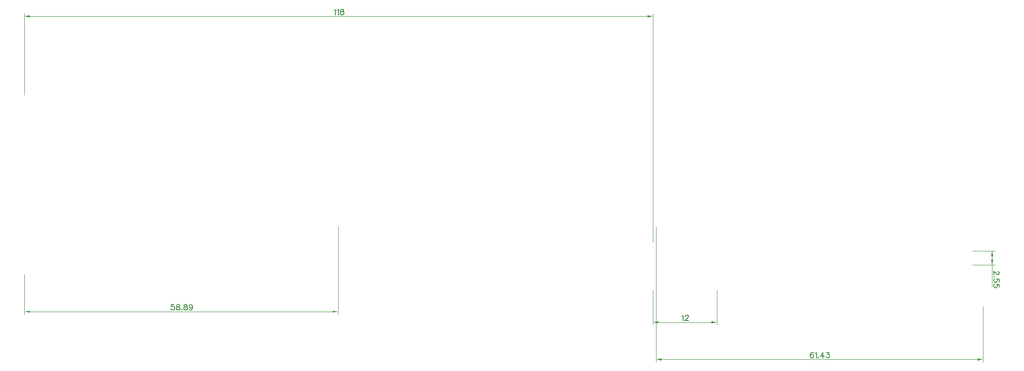
<source format=gbr>
G04 DipTrace 3.1.0.1*
G04 Bottom-Clock-IN12e.TopDimension.gbr*
%MOIN*%
G04 #@! TF.FileFunction,Drawing,Top*
G04 #@! TF.Part,Single*
%ADD13C,0.001378*%
%ADD152C,0.006176*%
%FSLAX26Y26*%
G04*
G70*
G90*
G75*
G01*
G04 TopDimension*
%LPD*%
X7401890Y684961D2*
D13*
X7567244D1*
X7401890Y584567D2*
X7567244D1*
X7547559Y634764D2*
Y645591D1*
G36*
Y684961D2*
X7555433Y645591D1*
X7539685D1*
X7547559Y684961D1*
G37*
Y634764D2*
D13*
Y623937D1*
G36*
Y584567D2*
X7539685Y623937D1*
X7555433D1*
X7547559Y584567D1*
G37*
Y423912D2*
D13*
Y684961D1*
X5039685Y748346D2*
Y2445197D1*
X394016Y1842835D2*
Y2445197D1*
X2716850Y2425512D2*
X5000315D1*
G36*
X5039685D2*
X5000315Y2417638D1*
Y2433386D1*
X5039685Y2425512D1*
G37*
X2716850D2*
D13*
X433386D1*
G36*
X394016D2*
X433386Y2433386D1*
Y2417638D1*
X394016Y2425512D1*
G37*
X5039685Y394016D2*
D13*
Y138110D1*
X5512126Y394016D2*
Y138110D1*
X5275906Y157795D2*
X5079055D1*
G36*
X5039685D2*
X5079055Y165669D1*
Y149921D1*
X5039685Y157795D1*
G37*
X5275906D2*
D13*
X5472756D1*
G36*
X5512126D2*
X5472756Y149921D1*
Y165669D1*
X5512126Y157795D1*
G37*
X2712520Y866457D2*
D13*
Y216850D1*
X394016Y512126D2*
Y216850D1*
X1553268Y236535D2*
X2673150D1*
G36*
X2712520D2*
X2673150Y228661D1*
Y244409D1*
X2712520Y236535D1*
G37*
X1553268D2*
D13*
X433386D1*
G36*
X394016D2*
X433386Y244409D1*
Y228661D1*
X394016Y236535D1*
G37*
X5062126Y866457D2*
D13*
Y-137480D1*
X7480630Y275906D2*
Y-137480D1*
X6271378Y-117795D2*
X5101496D1*
G36*
X5062126D2*
X5101496Y-109921D1*
Y-125669D1*
X5062126Y-117795D1*
G37*
X6271378D2*
D13*
X7441260D1*
G36*
X7480630D2*
X7441260Y-125669D1*
Y-109921D1*
X7480630Y-117795D1*
G37*
X7590367Y533988D2*
D152*
X7592268D1*
X7596115Y532087D1*
X7598016Y530185D1*
X7599918Y526339D1*
Y518689D1*
X7598016Y514887D1*
X7596115Y512985D1*
X7592268Y511040D1*
X7588466D1*
X7584619Y512985D1*
X7578915Y516788D1*
X7559770Y535933D1*
Y509139D1*
X7563617Y494886D2*
X7561671Y496787D1*
X7559770Y494886D1*
X7561671Y492940D1*
X7563617Y494886D1*
X7599918Y457641D2*
Y476742D1*
X7582718Y478644D1*
X7584619Y476742D1*
X7586564Y470994D1*
Y465290D1*
X7584619Y459542D1*
X7580816Y455696D1*
X7575068Y453794D1*
X7571266D1*
X7565518Y455696D1*
X7561671Y459542D1*
X7559770Y465290D1*
Y470994D1*
X7561671Y476742D1*
X7563617Y478644D1*
X7567419Y480589D1*
X7599918Y418495D2*
Y437596D1*
X7582718Y439498D1*
X7584619Y437596D1*
X7586564Y431848D1*
Y426144D1*
X7584619Y420396D1*
X7580816Y416550D1*
X7575068Y414648D1*
X7571266D1*
X7565518Y416550D1*
X7561671Y420396D1*
X7559770Y426144D1*
Y431848D1*
X7561671Y437596D1*
X7563617Y439498D1*
X7567419Y441443D1*
X2684617Y2470221D2*
X2688464Y2472167D1*
X2694212Y2477870D1*
Y2437723D1*
X2706563Y2470221D2*
X2710410Y2472167D1*
X2716158Y2477870D1*
Y2437723D1*
X2738060Y2477870D2*
X2732356Y2475969D1*
X2730410Y2472167D1*
Y2468320D1*
X2732356Y2464517D1*
X2736159Y2462572D1*
X2743808Y2460670D1*
X2749556Y2458769D1*
X2753358Y2454922D1*
X2755260Y2451120D1*
Y2445372D1*
X2753358Y2441569D1*
X2751457Y2439624D1*
X2745709Y2437723D1*
X2738060D1*
X2732356Y2439624D1*
X2730410Y2441569D1*
X2728509Y2445372D1*
Y2451120D1*
X2730410Y2454922D1*
X2734257Y2458769D1*
X2739961Y2460670D1*
X2747610Y2462572D1*
X2751457Y2464517D1*
X2753358Y2468320D1*
Y2472167D1*
X2751457Y2475969D1*
X2745709Y2477870D1*
X2738060D1*
X5254623Y202505D2*
X5258470Y204450D1*
X5264218Y210154D1*
Y170006D1*
X5278515Y200603D2*
Y202505D1*
X5280416Y206351D1*
X5282317Y208253D1*
X5286164Y210154D1*
X5293813D1*
X5297616Y208253D1*
X5299517Y206351D1*
X5301463Y202505D1*
Y198702D1*
X5299517Y194855D1*
X5295714Y189151D1*
X5276569Y170006D1*
X5303364D1*
X1500083Y288894D2*
X1480982D1*
X1479080Y271694D1*
X1480982Y273595D1*
X1486730Y275541D1*
X1492434D1*
X1498182Y273595D1*
X1502028Y269793D1*
X1503930Y264045D1*
Y260242D1*
X1502028Y254494D1*
X1498182Y250647D1*
X1492434Y248746D1*
X1486730D1*
X1480982Y250647D1*
X1479080Y252593D1*
X1477135Y256395D1*
X1525832Y288894D2*
X1520128Y286993D1*
X1518182Y283190D1*
Y279343D1*
X1520128Y275541D1*
X1523930Y273595D1*
X1531580Y271694D1*
X1537328Y269793D1*
X1541130Y265946D1*
X1543031Y262144D1*
Y256395D1*
X1541130Y252593D1*
X1539229Y250647D1*
X1533481Y248746D1*
X1525832D1*
X1520128Y250647D1*
X1518182Y252593D1*
X1516281Y256395D1*
Y262144D1*
X1518182Y265946D1*
X1522029Y269793D1*
X1527733Y271694D1*
X1535382Y273595D1*
X1539229Y275541D1*
X1541130Y279343D1*
Y283190D1*
X1539229Y286993D1*
X1533481Y288894D1*
X1525832D1*
X1557284Y252593D2*
X1555383Y250647D1*
X1557284Y248746D1*
X1559230Y250647D1*
X1557284Y252593D1*
X1581132Y288894D2*
X1575428Y286993D1*
X1573482Y283190D1*
Y279343D1*
X1575428Y275541D1*
X1579230Y273595D1*
X1586880Y271694D1*
X1592628Y269793D1*
X1596430Y265946D1*
X1598331Y262144D1*
Y256395D1*
X1596430Y252593D1*
X1594529Y250647D1*
X1588781Y248746D1*
X1581132D1*
X1575428Y250647D1*
X1573482Y252593D1*
X1571581Y256395D1*
Y262144D1*
X1573482Y265946D1*
X1577329Y269793D1*
X1583033Y271694D1*
X1590682Y273595D1*
X1594529Y275541D1*
X1596430Y279343D1*
Y283190D1*
X1594529Y286993D1*
X1588781Y288894D1*
X1581132D1*
X1635576Y275541D2*
X1633631Y269793D1*
X1629828Y265946D1*
X1624080Y264045D1*
X1622179D1*
X1616431Y265946D1*
X1612628Y269793D1*
X1610683Y275541D1*
Y277442D1*
X1612628Y283190D1*
X1616431Y286993D1*
X1622179Y288894D1*
X1624080D1*
X1629828Y286993D1*
X1633631Y283190D1*
X1635576Y275541D1*
Y265946D1*
X1633631Y256395D1*
X1629828Y250647D1*
X1624080Y248746D1*
X1620278D1*
X1614530Y250647D1*
X1612628Y254494D1*
X6225820Y-71141D2*
X6223919Y-67338D1*
X6218171Y-65437D1*
X6214368D1*
X6208620Y-67338D1*
X6204774Y-73086D1*
X6202872Y-82637D1*
Y-92187D1*
X6204774Y-99836D1*
X6208620Y-103683D1*
X6214368Y-105585D1*
X6216270D1*
X6221973Y-103683D1*
X6225820Y-99836D1*
X6227722Y-94088D1*
Y-92187D1*
X6225820Y-86439D1*
X6221973Y-82637D1*
X6216270Y-80735D1*
X6214368D1*
X6208620Y-82637D1*
X6204774Y-86439D1*
X6202872Y-92187D1*
X6240073Y-73086D2*
X6243920Y-71141D1*
X6249668Y-65437D1*
Y-105585D1*
X6263920Y-101738D2*
X6262019Y-103683D1*
X6263920Y-105585D1*
X6265866Y-103683D1*
X6263920Y-101738D1*
X6297363Y-105585D2*
Y-65437D1*
X6278217Y-92187D1*
X6306913D1*
X6323111Y-65437D2*
X6344114D1*
X6332662Y-80735D1*
X6338410D1*
X6342213Y-82637D1*
X6344114Y-84538D1*
X6346059Y-90286D1*
Y-94088D1*
X6344114Y-99836D1*
X6340311Y-103683D1*
X6334563Y-105585D1*
X6328815D1*
X6323111Y-103683D1*
X6321210Y-101738D1*
X6319265Y-97935D1*
M02*

</source>
